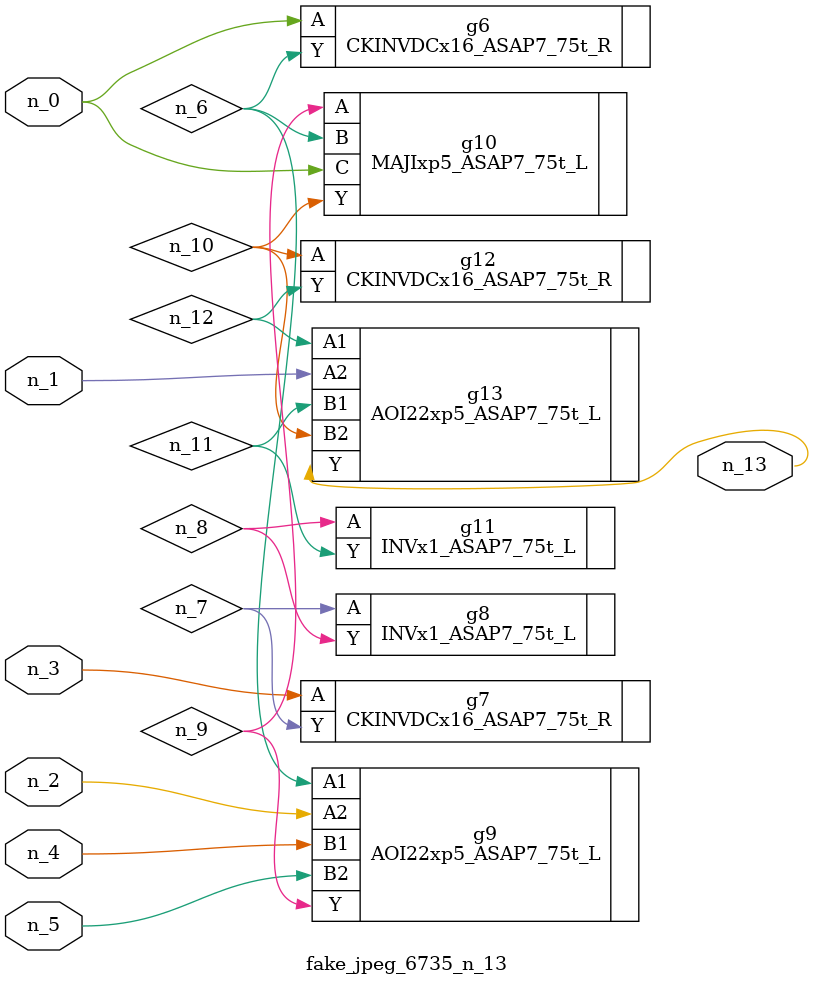
<source format=v>
module fake_jpeg_6735_n_13 (n_3, n_2, n_1, n_0, n_4, n_5, n_13);

input n_3;
input n_2;
input n_1;
input n_0;
input n_4;
input n_5;

output n_13;

wire n_11;
wire n_10;
wire n_12;
wire n_8;
wire n_9;
wire n_6;
wire n_7;

CKINVDCx16_ASAP7_75t_R g6 ( 
.A(n_0),
.Y(n_6)
);

CKINVDCx16_ASAP7_75t_R g7 ( 
.A(n_3),
.Y(n_7)
);

INVx1_ASAP7_75t_L g8 ( 
.A(n_7),
.Y(n_8)
);

INVx1_ASAP7_75t_L g11 ( 
.A(n_8),
.Y(n_11)
);

AOI22xp5_ASAP7_75t_L g9 ( 
.A1(n_6),
.A2(n_2),
.B1(n_4),
.B2(n_5),
.Y(n_9)
);

MAJIxp5_ASAP7_75t_L g10 ( 
.A(n_9),
.B(n_6),
.C(n_0),
.Y(n_10)
);

CKINVDCx16_ASAP7_75t_R g12 ( 
.A(n_10),
.Y(n_12)
);

AOI22xp5_ASAP7_75t_L g13 ( 
.A1(n_12),
.A2(n_1),
.B1(n_11),
.B2(n_10),
.Y(n_13)
);


endmodule
</source>
